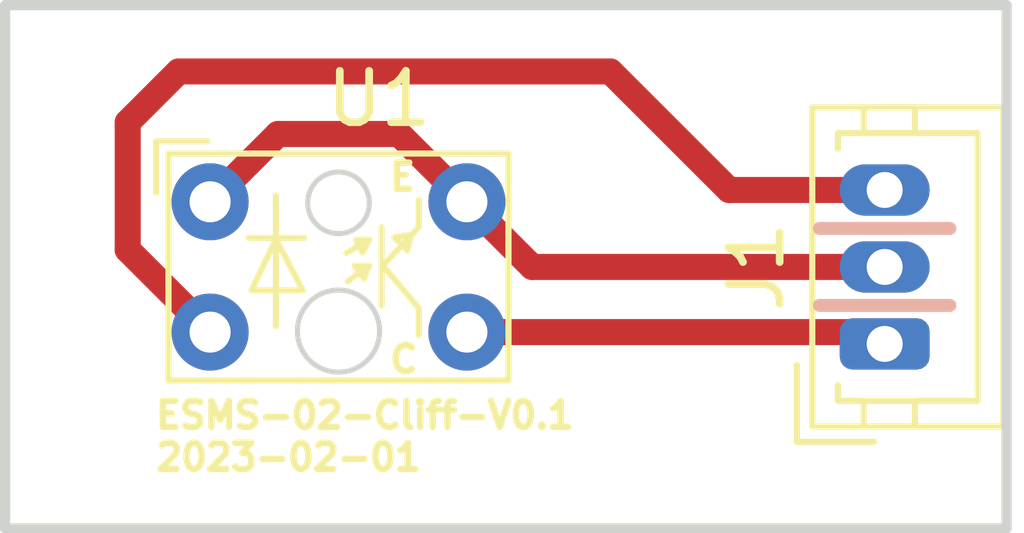
<source format=kicad_pcb>
(kicad_pcb (version 20221018) (generator pcbnew)
  (title_block (title "ESMS-02-Cliff") (date "2023-02-01") (rev "V0.1") (company "Ovobot") (comment 1 "ESMS-02-Cliff副板，V0.1，19.5x10.2x1.0mm ，FR4，2层，绿油白字，无铅喷锡"))
  (layers (0 "F.Cu" signal) (31 "B.Cu" signal) (34 "B.Paste" user) (35 "F.Paste" user) (36 "B.SilkS" user "B.Silkscreen") (37 "F.SilkS" user "F.Silkscreen") (38 "B.Mask" user) (39 "F.Mask" user) (44 "Edge.Cuts" user))
  (net 0 "")
  (net 1 "/EDGE_DET_LT")
  (net 2 "GND")
  (net 3 "Net-(J1-Pad3)")
  (footprint "Ovo_Sensor_Proximity:EverLight_ITR20403_6.4x4.2mm_P2.54mm" (layer "F.Cu") (at 138.8764 80.6704)
    (fp_text reference "U1" (at 0.7874 -3.2766 unlocked) (layer "F.SilkS"))
    (fp_text value "ITR20403")
    (fp_text user "E" (at 1.2446 -1.7526 unlocked) (layer "F.SilkS") (effects (font (size 0.508 0.508) (thickness 0.127))))
    (fp_text user "C" (at 1.27 1.8034 unlocked) (layer "F.SilkS") (effects (font (size 0.508 0.508) (thickness 0.127))))
    (fp_line (start -3.55 -2.45) (end -3.55 -1.45) (stroke (width 0.12)) (layer "F.SilkS"))
    (fp_line (start -3.55 -2.45) (end -2.55 -2.45) (stroke (width 0.12)) (layer "F.SilkS"))
    (fp_line (start -3.31 -2.21) (end -3.31 2.21) (stroke (width 0.12)) (layer "F.SilkS"))
    (fp_line (start -3.31 2.21) (end 3.31 2.21) (stroke (width 0.12)) (layer "F.SilkS"))
    (fp_line (start -1.6938 0.4572) (end -1.2188 -0.5428) (stroke (width 0.12)) (layer "F.SilkS"))
    (fp_line (start -1.2188 -1.3928) (end -1.2188 1.1572) (stroke (width 0.12)) (layer "F.SilkS"))
    (fp_line (start -1.2188 -0.5428) (end -0.6938 0.4572) (stroke (width 0.12)) (layer "F.SilkS"))
    (fp_line (start -0.6938 0.4572) (end -1.6938 0.4572) (stroke (width 0.12)) (layer "F.SilkS"))
    (fp_line (start -0.6688 -0.5678) (end -1.7438 -0.5678) (stroke (width 0.12)) (layer "F.SilkS"))
    (fp_line (start 0.1545 -0.2689) (end 0.5939 -0.5314) (stroke (width 0.12)) (layer "F.SilkS"))
    (fp_line (start 0.1778 0.2794) (end 0.5939 -0.0234) (stroke (width 0.12)) (layer "F.SilkS"))
    (fp_line (start 0.3189 -0.0234) (end 0.4939 0.2266) (stroke (width 0.12)) (layer "F.SilkS"))
    (fp_line (start 0.3439 -0.5314) (end 0.4689 -0.2814) (stroke (width 0.12)) (layer "F.SilkS"))
    (fp_line (start 0.4689 -0.2814) (end 0.5939 -0.5314) (stroke (width 0.12)) (layer "F.SilkS"))
    (fp_line (start 0.4939 0.2266) (end 0.5939 -0.0234) (stroke (width 0.12)) (layer "F.SilkS"))
    (fp_line (start 0.5939 -0.5314) (end 0.3439 -0.5314) (stroke (width 0.12)) (layer "F.SilkS"))
    (fp_line (start 0.5939 -0.0234) (end 0.3189 -0.0234) (stroke (width 0.12)) (layer "F.SilkS"))
    (fp_line (start 0.8386 -0.7754) (end 0.8386 0.7496) (stroke (width 0.12)) (layer "F.SilkS"))
    (fp_line (start 0.8636 -0.0254) (end 1.5636 -0.7754) (stroke (width 0.12)) (layer "F.SilkS"))
    (fp_line (start 1.0886 -0.5754) (end 1.3386 -0.3254) (stroke (width 0.12)) (layer "F.SilkS"))
    (fp_line (start 1.3386 -0.3254) (end 1.4136 -0.6254) (stroke (width 0.12)) (layer "F.SilkS"))
    (fp_line (start 1.4136 -0.6254) (end 1.0886 -0.5754) (stroke (width 0.12)) (layer "F.SilkS"))
    (fp_line (start 1.5636 -0.7754) (end 1.5636 -1.3004) (stroke (width 0.12)) (layer "F.SilkS"))
    (fp_line (start 1.5636 0.7996) (end 0.8636 -0.0254) (stroke (width 0.12)) (layer "F.SilkS"))
    (fp_line (start 1.5636 1.3246) (end 1.5636 0.7996) (stroke (width 0.12)) (layer "F.SilkS"))
    (fp_line (start 3.31 -2.21) (end -3.31 -2.21) (stroke (width 0.12)) (layer "F.SilkS"))
    (fp_line (start 3.31 2.21) (end 3.31 -2.21) (stroke (width 0.12)) (layer "F.SilkS"))
    (fp_circle (center 0 -1.25) (end 0.6 -1.25) (stroke (width 0.1)) (fill none) (layer "Edge.Cuts"))
    (fp_circle (center 0 1.25) (end 0.8 1.25) (stroke (width 0.1)) (fill none) (layer "Edge.Cuts"))
    (pad "1" thru_hole circle (at -2.5 -1.27) (size 1.5 1.5) (drill 0.8) (layers "*.Cu" "*.Mask") (net 2 "GND"))
    (pad "2" thru_hole circle (at -2.5 1.27) (size 1.5 1.5) (drill 0.8) (layers "*.Cu" "*.Mask") (net 3 "Net-(J1-Pad3)"))
    (pad "3" thru_hole circle (at 2.5 1.27) (size 1.5 1.5) (drill 0.8) (layers "*.Cu" "*.Mask") (net 1 "/EDGE_DET_LT"))
    (pad "4" thru_hole circle (at 2.5 -1.27) (size 1.5 1.5) (drill 0.8) (layers "*.Cu" "*.Mask") (net 2 "GND"))
  )
  (footprint "Ovo_Connector_JST:JST_ZH_B03B-ZR_1x03_P1.50mm_Vertical" (layer "F.Cu") (at 149.5116 82.1704 90)
    (fp_text reference "J1" (at 1.5 -2.5 90) (layer "F.SilkS"))
    (fp_text value "ZH1.5MM/3A")
    (fp_line (start 0.75 -1.27) (end 0.75 1.27) (stroke (width 0.254)) (layer "B.SilkS"))
    (fp_line (start 2.25 -1.27) (end 2.25 1.27) (stroke (width 0.254)) (layer "B.SilkS"))
    (fp_line (start -1.91 -1.71) (end -0.41 -1.71) (stroke (width 0.12)) (layer "F.SilkS"))
    (fp_line (start -1.91 -0.21) (end -1.91 -1.71) (stroke (width 0.12)) (layer "F.SilkS"))
    (fp_line (start -1.61 -1.41) (end -1.61 2.31) (stroke (width 0.12)) (layer "F.SilkS"))
    (fp_line (start -1.61 -0.41) (end -1.61 0.59) (stroke (width 0.12)) (layer "F.SilkS"))
    (fp_line (start -1.61 0.59) (end -1.11 0.59) (stroke (width 0.12)) (layer "F.SilkS"))
    (fp_line (start -1.61 2.31) (end 4.61 2.31) (stroke (width 0.12)) (layer "F.SilkS"))
    (fp_line (start -1.11 -0.91) (end -1.11 1.81) (stroke (width 0.12)) (layer "F.SilkS"))
    (fp_line (start -1.11 -0.41) (end -1.61 -0.41) (stroke (width 0.12)) (layer "F.SilkS"))
    (fp_line (start -1.11 0.59) (end -1.11 -0.41) (stroke (width 0.12)) (layer "F.SilkS"))
    (fp_line (start -1.11 1.81) (end 4.11 1.81) (stroke (width 0.12)) (layer "F.SilkS"))
    (fp_line (start -0.8 -0.91) (end -1.11 -0.91) (stroke (width 0.12)) (layer "F.SilkS"))
    (fp_line (start 0.76 -0.91) (end 0.74 -0.91) (stroke (width 0.12)) (layer "F.SilkS"))
    (fp_line (start 2.26 -0.91) (end 2.24 -0.91) (stroke (width 0.12)) (layer "F.SilkS"))
    (fp_line (start 4.11 -0.91) (end 3.8 -0.91) (stroke (width 0.12)) (layer "F.SilkS"))
    (fp_line (start 4.11 -0.41) (end 4.61 -0.41) (stroke (width 0.12)) (layer "F.SilkS"))
    (fp_line (start 4.11 0.59) (end 4.11 -0.41) (stroke (width 0.12)) (layer "F.SilkS"))
    (fp_line (start 4.11 1.81) (end 4.11 -0.91) (stroke (width 0.12)) (layer "F.SilkS"))
    (fp_line (start 4.61 -1.41) (end -1.61 -1.41) (stroke (width 0.12)) (layer "F.SilkS"))
    (fp_line (start 4.61 -0.41) (end 4.61 0.59) (stroke (width 0.12)) (layer "F.SilkS"))
    (fp_line (start 4.61 0.59) (end 4.11 0.59) (stroke (width 0.12)) (layer "F.SilkS"))
    (fp_line (start 4.61 2.31) (end 4.61 -1.41) (stroke (width 0.12)) (layer "F.SilkS"))
    (pad "1" thru_hole roundrect (at 0 0 90) (size 1 1.75) (drill 0.7) (layers "*.Cu" "*.Mask") (net 1 "/EDGE_DET_LT"))
    (pad "2" thru_hole oval (at 1.5 0 90) (size 1 1.75) (drill 0.7) (layers "*.Cu" "*.Mask") (net 2 "GND"))
    (pad "3" thru_hole oval (at 3 0 90) (size 1 1.75) (drill 0.7) (layers "*.Cu" "*.Mask") (net 3 "Net-(J1-Pad3)"))
  )
  (gr_line (start 132.3852 85.7676) (end 151.8852 85.7676) (stroke (width 0.2)) (layer "Edge.Cuts"))
  (gr_line (start 151.8852 85.7676) (end 151.8852 75.5676) (stroke (width 0.2)) (layer "Edge.Cuts"))
  (gr_line (start 132.3852 75.5676) (end 132.3852 85.7676) (stroke (width 0.2)) (layer "Edge.Cuts"))
  (gr_line (start 151.8852 75.5676) (end 132.3852 75.5676) (stroke (width 0.2)) (layer "Edge.Cuts"))
  (gr_text "ESMS-02-Cliff-${REVISION}\n${ISSUE_DATE}\n\n" (at 135.255 84.3788) (layer "F.SilkS") (effects (font (size 0.508 0.508) (thickness 0.127)) (justify left)))
  (segment (start 149.2816 81.9404) (end 141.3764 81.9404) (width 0.508) (layer "F.Cu") (net 1))
  (segment (start 149.5116 82.1704) (end 149.2816 81.9404) (width 0.508) (layer "F.Cu") (net 1))
  (segment (start 142.6464 80.6704) (end 141.3764 79.4004) (width 0.508) (layer "F.Cu") (net 2))
  (segment (start 141.3764 79.4004) (end 140.05512 78.07912) (width 0.508) (layer "F.Cu") (net 2))
  (segment (start 137.69768 78.07912) (end 136.3764 79.4004) (width 0.508) (layer "F.Cu") (net 2))
  (segment (start 149.5116 80.6704) (end 142.6464 80.6704) (width 0.508) (layer "F.Cu") (net 2))
  (segment (start 140.05512 78.07912) (end 137.69768 78.07912) (width 0.508) (layer "F.Cu") (net 2))
  (segment (start 135.763 76.8604) (end 134.7724 77.851) (width 0.508) (layer "F.Cu") (net 3))
  (segment (start 134.7724 80.3364) (end 136.3764 81.9404) (width 0.508) (layer "F.Cu") (net 3))
  (segment (start 149.5116 79.1704) (end 146.4804 79.1704) (width 0.508) (layer "F.Cu") (net 3))
  (segment (start 144.1704 76.8604) (end 135.763 76.8604) (width 0.508) (layer "F.Cu") (net 3))
  (segment (start 146.4804 79.1704) (end 144.1704 76.8604) (width 0.508) (layer "F.Cu") (net 3))
  (segment (start 134.7724 77.851) (end 134.7724 80.3364) (width 0.508) (layer "F.Cu") (net 3))
)
</source>
